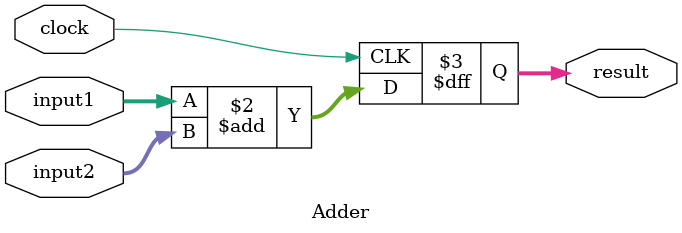
<source format=v>
`timescale 1ns / 1ps
module Adder(
	 input clock,
    input [31:0] input1,
    input [31:0] input2,
    output reg [31:0] result
    );
always @ (negedge clock)
 result = input1 + input2;

endmodule

</source>
